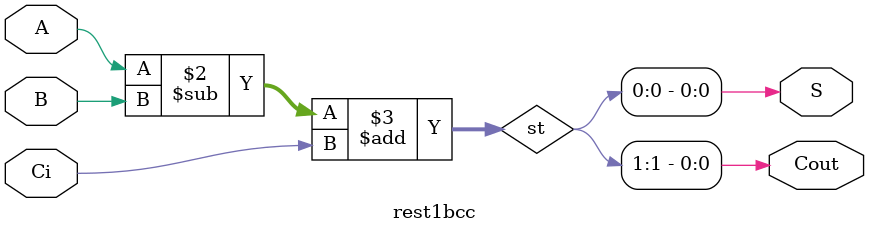
<source format=v>
module rest1bcc (A, B, Ci,Cout,S);

  input  A;
  input  B;
  input  Ci;
  output Cout;
  output S;

  reg [1:0] st;

  assign S = st[0];
  assign Cout = st[1];

  always @ ( * ) begin
  	st  = 	A-B+Ci;
  end
  
endmodule 
</source>
